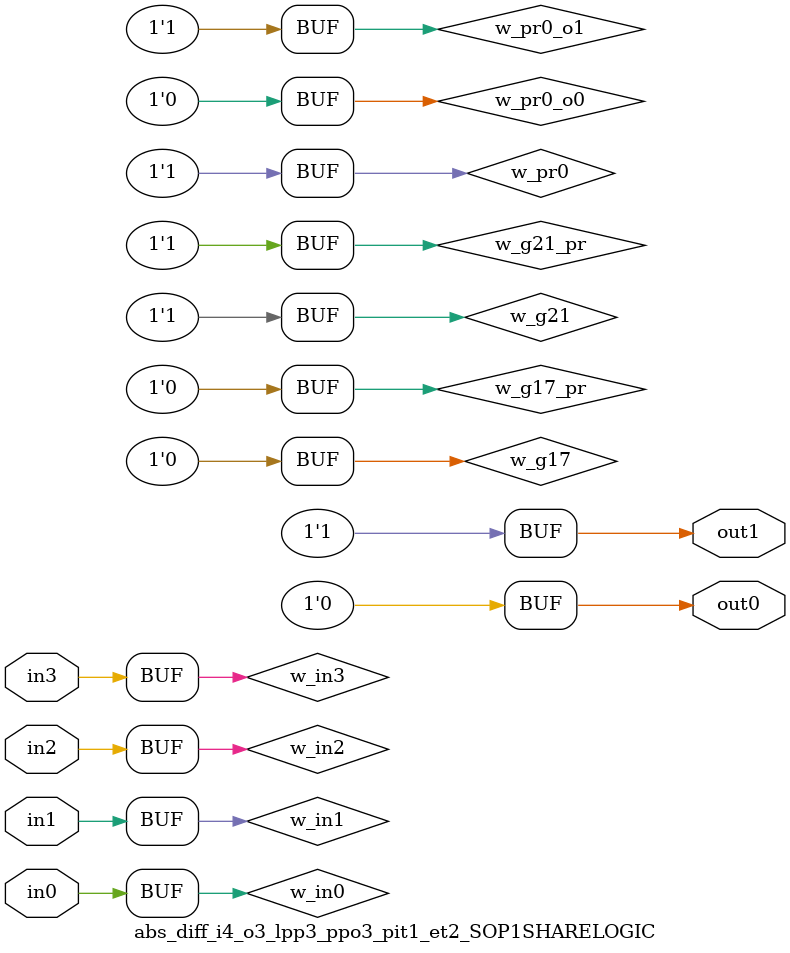
<source format=v>
module abs_diff_i4_o3_lpp3_ppo3_pit1_et2_SOP1SHARELOGIC (in0, in1, in2, in3, out0, out1);
// declaring inputs
input in0,  in1,  in2,  in3;
// declaring outputs
output out0,  out1;
// JSON model input
wire w_in3, w_in2, w_in1, w_in0;
// JSON model output
wire w_g17, w_g21;
//json model
wire w_g17_pr, w_g21_pr, w_pr0_o0, w_pr0_o1, w_pr0;
// JSON model input assign
assign w_in3 = in3;
assign w_in2 = in2;
assign w_in1 = in1;
assign w_in0 = in0;

//json model assigns (approximated Shared/XPAT part)
//assign literals to products
assign w_pr0 = 1;
//if a product has literals and if the product is being "activated" for that output
assign w_pr0_o0 = w_pr0 & 0;
assign w_pr0_o1 = w_pr0 & 1;
//compose an output with corresponding products (OR)
assign w_g17 = w_pr0_o0;
assign w_g21 = w_pr0_o1;
//if an output has products and if it is part of the JSON model
assign w_g17_pr = w_g17 & 0;
assign w_g21_pr = w_g21 & 1;
// output assigns
assign out0 = w_g17_pr;
assign out1 = w_g21_pr;
endmodule
</source>
